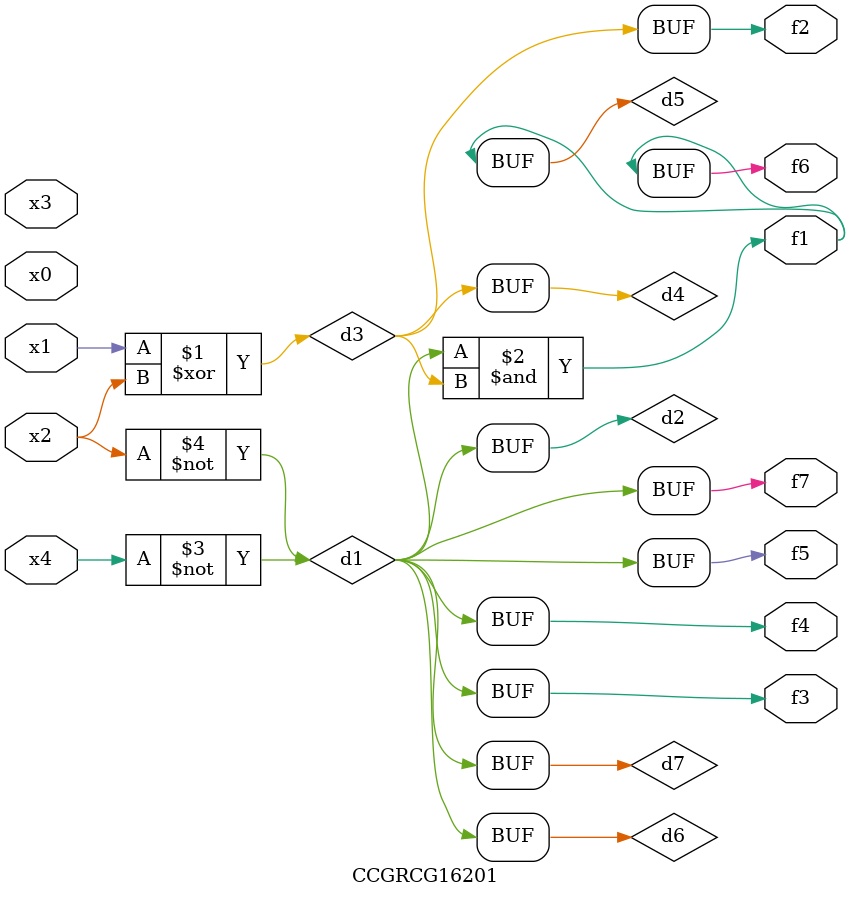
<source format=v>
module CCGRCG16201(
	input x0, x1, x2, x3, x4,
	output f1, f2, f3, f4, f5, f6, f7
);

	wire d1, d2, d3, d4, d5, d6, d7;

	not (d1, x4);
	not (d2, x2);
	xor (d3, x1, x2);
	buf (d4, d3);
	and (d5, d1, d3);
	buf (d6, d1, d2);
	buf (d7, d2);
	assign f1 = d5;
	assign f2 = d4;
	assign f3 = d7;
	assign f4 = d7;
	assign f5 = d7;
	assign f6 = d5;
	assign f7 = d7;
endmodule

</source>
